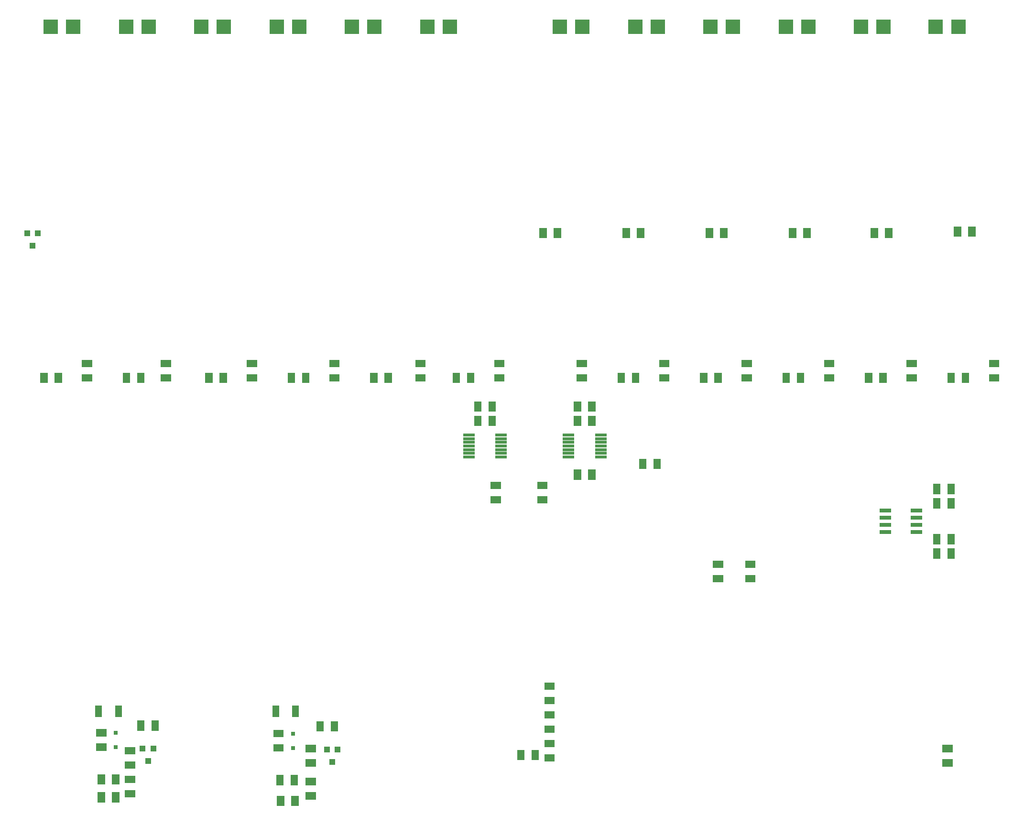
<source format=gbp>
G04 #@! TF.GenerationSoftware,KiCad,Pcbnew,(5.1.6)-1*
G04 #@! TF.CreationDate,2023-08-01T14:26:20+02:00*
G04 #@! TF.ProjectId,zone-controller,7a6f6e65-2d63-46f6-9e74-726f6c6c6572,rev?*
G04 #@! TF.SameCoordinates,Original*
G04 #@! TF.FileFunction,Paste,Bot*
G04 #@! TF.FilePolarity,Positive*
%FSLAX46Y46*%
G04 Gerber Fmt 4.6, Leading zero omitted, Abs format (unit mm)*
G04 Created by KiCad (PCBNEW (5.1.6)-1) date 2023-08-01 14:26:20*
%MOMM*%
%LPD*%
G01*
G04 APERTURE LIST*
%ADD10C,0.100000*%
%ADD11R,1.000000X1.000000*%
%ADD12R,2.500000X2.500000*%
%ADD13R,1.300000X2.000000*%
%ADD14R,2.000000X0.800000*%
%ADD15R,2.000000X0.500000*%
%ADD16R,0.800000X0.800000*%
G04 APERTURE END LIST*
D10*
G36*
X132222000Y-34406000D02*
G01*
X132222000Y-36206000D01*
X130922000Y-36206000D01*
X130922000Y-34406000D01*
X132222000Y-34406000D01*
G37*
G36*
X134762000Y-34406000D02*
G01*
X134762000Y-36206000D01*
X133462000Y-36206000D01*
X133462000Y-34406000D01*
X134762000Y-34406000D01*
G37*
G36*
X205628000Y-34152000D02*
G01*
X205628000Y-35952000D01*
X204328000Y-35952000D01*
X204328000Y-34152000D01*
X205628000Y-34152000D01*
G37*
G36*
X208168000Y-34152000D02*
G01*
X208168000Y-35952000D01*
X206868000Y-35952000D01*
X206868000Y-34152000D01*
X208168000Y-34152000D01*
G37*
G36*
X146954000Y-34406000D02*
G01*
X146954000Y-36206000D01*
X145654000Y-36206000D01*
X145654000Y-34406000D01*
X146954000Y-34406000D01*
G37*
G36*
X149494000Y-34406000D02*
G01*
X149494000Y-36206000D01*
X148194000Y-36206000D01*
X148194000Y-34406000D01*
X149494000Y-34406000D01*
G37*
G36*
X161686000Y-34406000D02*
G01*
X161686000Y-36206000D01*
X160386000Y-36206000D01*
X160386000Y-34406000D01*
X161686000Y-34406000D01*
G37*
G36*
X164226000Y-34406000D02*
G01*
X164226000Y-36206000D01*
X162926000Y-36206000D01*
X162926000Y-34406000D01*
X164226000Y-34406000D01*
G37*
G36*
X190896000Y-34406000D02*
G01*
X190896000Y-36206000D01*
X189596000Y-36206000D01*
X189596000Y-34406000D01*
X190896000Y-34406000D01*
G37*
G36*
X193436000Y-34406000D02*
G01*
X193436000Y-36206000D01*
X192136000Y-36206000D01*
X192136000Y-34406000D01*
X193436000Y-34406000D01*
G37*
G36*
X176418000Y-34406000D02*
G01*
X176418000Y-36206000D01*
X175118000Y-36206000D01*
X175118000Y-34406000D01*
X176418000Y-34406000D01*
G37*
G36*
X178958000Y-34406000D02*
G01*
X178958000Y-36206000D01*
X177658000Y-36206000D01*
X177658000Y-34406000D01*
X178958000Y-34406000D01*
G37*
D11*
X41148000Y-37522000D03*
X42098000Y-35322000D03*
X40198000Y-35322000D03*
D10*
G36*
X205725000Y-61860000D02*
G01*
X205725000Y-60060000D01*
X207025000Y-60060000D01*
X207025000Y-61860000D01*
X205725000Y-61860000D01*
G37*
G36*
X203185000Y-61860000D02*
G01*
X203185000Y-60060000D01*
X204485000Y-60060000D01*
X204485000Y-61860000D01*
X203185000Y-61860000D01*
G37*
G36*
X147305000Y-61860000D02*
G01*
X147305000Y-60060000D01*
X148605000Y-60060000D01*
X148605000Y-61860000D01*
X147305000Y-61860000D01*
G37*
G36*
X144765000Y-61860000D02*
G01*
X144765000Y-60060000D01*
X146065000Y-60060000D01*
X146065000Y-61860000D01*
X144765000Y-61860000D01*
G37*
G36*
X88885000Y-61860000D02*
G01*
X88885000Y-60060000D01*
X90185000Y-60060000D01*
X90185000Y-61860000D01*
X88885000Y-61860000D01*
G37*
G36*
X86345000Y-61860000D02*
G01*
X86345000Y-60060000D01*
X87645000Y-60060000D01*
X87645000Y-61860000D01*
X86345000Y-61860000D01*
G37*
G36*
X149875000Y-75300000D02*
G01*
X149875000Y-77100000D01*
X148575000Y-77100000D01*
X148575000Y-75300000D01*
X149875000Y-75300000D01*
G37*
G36*
X152415000Y-75300000D02*
G01*
X152415000Y-77100000D01*
X151115000Y-77100000D01*
X151115000Y-75300000D01*
X152415000Y-75300000D01*
G37*
G36*
X191120000Y-61860000D02*
G01*
X191120000Y-60060000D01*
X192420000Y-60060000D01*
X192420000Y-61860000D01*
X191120000Y-61860000D01*
G37*
G36*
X188580000Y-61860000D02*
G01*
X188580000Y-60060000D01*
X189880000Y-60060000D01*
X189880000Y-61860000D01*
X188580000Y-61860000D01*
G37*
G36*
X74280000Y-61860000D02*
G01*
X74280000Y-60060000D01*
X75580000Y-60060000D01*
X75580000Y-61860000D01*
X74280000Y-61860000D01*
G37*
G36*
X71740000Y-61860000D02*
G01*
X71740000Y-60060000D01*
X73040000Y-60060000D01*
X73040000Y-61860000D01*
X71740000Y-61860000D01*
G37*
G36*
X132345000Y-80660000D02*
G01*
X130545000Y-80660000D01*
X130545000Y-79360000D01*
X132345000Y-79360000D01*
X132345000Y-80660000D01*
G37*
G36*
X132345000Y-83200000D02*
G01*
X130545000Y-83200000D01*
X130545000Y-81900000D01*
X132345000Y-81900000D01*
X132345000Y-83200000D01*
G37*
G36*
X176515000Y-61860000D02*
G01*
X176515000Y-60060000D01*
X177815000Y-60060000D01*
X177815000Y-61860000D01*
X176515000Y-61860000D01*
G37*
G36*
X173975000Y-61860000D02*
G01*
X173975000Y-60060000D01*
X175275000Y-60060000D01*
X175275000Y-61860000D01*
X173975000Y-61860000D01*
G37*
G36*
X118095000Y-61860000D02*
G01*
X118095000Y-60060000D01*
X119395000Y-60060000D01*
X119395000Y-61860000D01*
X118095000Y-61860000D01*
G37*
G36*
X115555000Y-61860000D02*
G01*
X115555000Y-60060000D01*
X116855000Y-60060000D01*
X116855000Y-61860000D01*
X115555000Y-61860000D01*
G37*
G36*
X59675000Y-61860000D02*
G01*
X59675000Y-60060000D01*
X60975000Y-60060000D01*
X60975000Y-61860000D01*
X59675000Y-61860000D01*
G37*
G36*
X57135000Y-61860000D02*
G01*
X57135000Y-60060000D01*
X58435000Y-60060000D01*
X58435000Y-61860000D01*
X57135000Y-61860000D01*
G37*
G36*
X124090000Y-80660000D02*
G01*
X122290000Y-80660000D01*
X122290000Y-79360000D01*
X124090000Y-79360000D01*
X124090000Y-80660000D01*
G37*
G36*
X124090000Y-83200000D02*
G01*
X122290000Y-83200000D01*
X122290000Y-81900000D01*
X124090000Y-81900000D01*
X124090000Y-83200000D01*
G37*
G36*
X161910000Y-61860000D02*
G01*
X161910000Y-60060000D01*
X163210000Y-60060000D01*
X163210000Y-61860000D01*
X161910000Y-61860000D01*
G37*
G36*
X159370000Y-61860000D02*
G01*
X159370000Y-60060000D01*
X160670000Y-60060000D01*
X160670000Y-61860000D01*
X159370000Y-61860000D01*
G37*
G36*
X103490000Y-61860000D02*
G01*
X103490000Y-60060000D01*
X104790000Y-60060000D01*
X104790000Y-61860000D01*
X103490000Y-61860000D01*
G37*
G36*
X100950000Y-61860000D02*
G01*
X100950000Y-60060000D01*
X102250000Y-60060000D01*
X102250000Y-61860000D01*
X100950000Y-61860000D01*
G37*
G36*
X45070000Y-61860000D02*
G01*
X45070000Y-60060000D01*
X46370000Y-60060000D01*
X46370000Y-61860000D01*
X45070000Y-61860000D01*
G37*
G36*
X42530000Y-61860000D02*
G01*
X42530000Y-60060000D01*
X43830000Y-60060000D01*
X43830000Y-61860000D01*
X42530000Y-61860000D01*
G37*
D12*
X44355000Y1270000D03*
X48355000Y1270000D03*
D13*
X52860000Y-120015000D03*
X56360000Y-120015000D03*
X84229000Y-120015000D03*
X87729000Y-120015000D03*
D10*
G36*
X60975000Y-121655000D02*
G01*
X60975000Y-123455000D01*
X59675000Y-123455000D01*
X59675000Y-121655000D01*
X60975000Y-121655000D01*
G37*
G36*
X63515000Y-121655000D02*
G01*
X63515000Y-123455000D01*
X62215000Y-123455000D01*
X62215000Y-121655000D01*
X63515000Y-121655000D01*
G37*
D12*
X201105000Y1270000D03*
X205105000Y1270000D03*
D14*
X197705000Y-85725000D03*
X192185000Y-86995000D03*
X192185000Y-85725000D03*
X197705000Y-84455000D03*
X192185000Y-88265000D03*
X192185000Y-84455000D03*
X197705000Y-86995000D03*
X197705000Y-88265000D03*
D15*
X118422500Y-72375000D03*
D10*
G36*
X117422500Y-71325000D02*
G01*
X117422500Y-70825000D01*
X119422500Y-70825000D01*
X119422500Y-71325000D01*
X117422500Y-71325000D01*
G37*
D15*
X124147500Y-73025000D03*
X118422500Y-71725000D03*
X118422500Y-73675000D03*
X124147500Y-73675000D03*
X124147500Y-71725000D03*
X118422500Y-74975000D03*
X118422500Y-74325000D03*
X118422500Y-73025000D03*
X124147500Y-72375000D03*
X124147500Y-74325000D03*
X124147500Y-71075000D03*
X124147500Y-74975000D03*
X141800500Y-73675000D03*
D10*
G36*
X142800500Y-74725000D02*
G01*
X142800500Y-75225000D01*
X140800500Y-75225000D01*
X140800500Y-74725000D01*
X142800500Y-74725000D01*
G37*
D15*
X136075500Y-73025000D03*
X141800500Y-74325000D03*
X141800500Y-72375000D03*
X136075500Y-72375000D03*
X136075500Y-74325000D03*
X141800500Y-71075000D03*
X141800500Y-71725000D03*
X141800500Y-73025000D03*
X136075500Y-73675000D03*
X136075500Y-71725000D03*
X136075500Y-74975000D03*
X136075500Y-71075000D03*
D10*
G36*
X163460000Y-94630000D02*
G01*
X161660000Y-94630000D01*
X161660000Y-93330000D01*
X163460000Y-93330000D01*
X163460000Y-94630000D01*
G37*
G36*
X163460000Y-97170000D02*
G01*
X161660000Y-97170000D01*
X161660000Y-95870000D01*
X163460000Y-95870000D01*
X163460000Y-97170000D01*
G37*
G36*
X169175000Y-94630000D02*
G01*
X167375000Y-94630000D01*
X167375000Y-93330000D01*
X169175000Y-93330000D01*
X169175000Y-94630000D01*
G37*
G36*
X169175000Y-97170000D02*
G01*
X167375000Y-97170000D01*
X167375000Y-95870000D01*
X169175000Y-95870000D01*
X169175000Y-97170000D01*
G37*
G36*
X92725000Y-121782000D02*
G01*
X92725000Y-123582000D01*
X91425000Y-123582000D01*
X91425000Y-121782000D01*
X92725000Y-121782000D01*
G37*
G36*
X95265000Y-121782000D02*
G01*
X95265000Y-123582000D01*
X93965000Y-123582000D01*
X93965000Y-121782000D01*
X95265000Y-121782000D01*
G37*
G36*
X201945000Y-91175000D02*
G01*
X201945000Y-92975000D01*
X200645000Y-92975000D01*
X200645000Y-91175000D01*
X201945000Y-91175000D01*
G37*
G36*
X204485000Y-91175000D02*
G01*
X204485000Y-92975000D01*
X203185000Y-92975000D01*
X203185000Y-91175000D01*
X204485000Y-91175000D01*
G37*
G36*
X201945000Y-88635000D02*
G01*
X201945000Y-90435000D01*
X200645000Y-90435000D01*
X200645000Y-88635000D01*
X201945000Y-88635000D01*
G37*
G36*
X204485000Y-88635000D02*
G01*
X204485000Y-90435000D01*
X203185000Y-90435000D01*
X203185000Y-88635000D01*
X204485000Y-88635000D01*
G37*
G36*
X201945000Y-82285000D02*
G01*
X201945000Y-84085000D01*
X200645000Y-84085000D01*
X200645000Y-82285000D01*
X201945000Y-82285000D01*
G37*
G36*
X204485000Y-82285000D02*
G01*
X204485000Y-84085000D01*
X203185000Y-84085000D01*
X203185000Y-82285000D01*
X204485000Y-82285000D01*
G37*
G36*
X201945000Y-79745000D02*
G01*
X201945000Y-81545000D01*
X200645000Y-81545000D01*
X200645000Y-79745000D01*
X201945000Y-79745000D01*
G37*
G36*
X204485000Y-79745000D02*
G01*
X204485000Y-81545000D01*
X203185000Y-81545000D01*
X203185000Y-79745000D01*
X204485000Y-79745000D01*
G37*
G36*
X83809000Y-125842000D02*
G01*
X85609000Y-125842000D01*
X85609000Y-127142000D01*
X83809000Y-127142000D01*
X83809000Y-125842000D01*
G37*
G36*
X83809000Y-123302000D02*
G01*
X85609000Y-123302000D01*
X85609000Y-124602000D01*
X83809000Y-124602000D01*
X83809000Y-123302000D01*
G37*
G36*
X86980000Y-136790000D02*
G01*
X86980000Y-134990000D01*
X88280000Y-134990000D01*
X88280000Y-136790000D01*
X86980000Y-136790000D01*
G37*
G36*
X84440000Y-136790000D02*
G01*
X84440000Y-134990000D01*
X85740000Y-134990000D01*
X85740000Y-136790000D01*
X84440000Y-136790000D01*
G37*
G36*
X91324000Y-133111000D02*
G01*
X89524000Y-133111000D01*
X89524000Y-131811000D01*
X91324000Y-131811000D01*
X91324000Y-133111000D01*
G37*
G36*
X91324000Y-135651000D02*
G01*
X89524000Y-135651000D01*
X89524000Y-134351000D01*
X91324000Y-134351000D01*
X91324000Y-135651000D01*
G37*
G36*
X86853000Y-133107000D02*
G01*
X86853000Y-131307000D01*
X88153000Y-131307000D01*
X88153000Y-133107000D01*
X86853000Y-133107000D01*
G37*
G36*
X84313000Y-133107000D02*
G01*
X84313000Y-131307000D01*
X85613000Y-131307000D01*
X85613000Y-133107000D01*
X84313000Y-133107000D01*
G37*
G36*
X138318000Y-77205000D02*
G01*
X138318000Y-79005000D01*
X137018000Y-79005000D01*
X137018000Y-77205000D01*
X138318000Y-77205000D01*
G37*
G36*
X140858000Y-77205000D02*
G01*
X140858000Y-79005000D01*
X139558000Y-79005000D01*
X139558000Y-77205000D01*
X140858000Y-77205000D01*
G37*
G36*
X52440000Y-125715000D02*
G01*
X54240000Y-125715000D01*
X54240000Y-127015000D01*
X52440000Y-127015000D01*
X52440000Y-125715000D01*
G37*
G36*
X52440000Y-123175000D02*
G01*
X54240000Y-123175000D01*
X54240000Y-124475000D01*
X52440000Y-124475000D01*
X52440000Y-123175000D01*
G37*
G36*
X55230000Y-136155000D02*
G01*
X55230000Y-134355000D01*
X56530000Y-134355000D01*
X56530000Y-136155000D01*
X55230000Y-136155000D01*
G37*
G36*
X52690000Y-136155000D02*
G01*
X52690000Y-134355000D01*
X53990000Y-134355000D01*
X53990000Y-136155000D01*
X52690000Y-136155000D01*
G37*
G36*
X204100000Y-127269000D02*
G01*
X202300000Y-127269000D01*
X202300000Y-125969000D01*
X204100000Y-125969000D01*
X204100000Y-127269000D01*
G37*
G36*
X204100000Y-129809000D02*
G01*
X202300000Y-129809000D01*
X202300000Y-128509000D01*
X204100000Y-128509000D01*
X204100000Y-129809000D01*
G37*
G36*
X59320000Y-132730000D02*
G01*
X57520000Y-132730000D01*
X57520000Y-131430000D01*
X59320000Y-131430000D01*
X59320000Y-132730000D01*
G37*
G36*
X59320000Y-135270000D02*
G01*
X57520000Y-135270000D01*
X57520000Y-133970000D01*
X59320000Y-133970000D01*
X59320000Y-135270000D01*
G37*
G36*
X55230000Y-132980000D02*
G01*
X55230000Y-131180000D01*
X56530000Y-131180000D01*
X56530000Y-132980000D01*
X55230000Y-132980000D01*
G37*
G36*
X52690000Y-132980000D02*
G01*
X52690000Y-131180000D01*
X53990000Y-131180000D01*
X53990000Y-132980000D01*
X52690000Y-132980000D01*
G37*
G36*
X133615000Y-121300000D02*
G01*
X131815000Y-121300000D01*
X131815000Y-120000000D01*
X133615000Y-120000000D01*
X133615000Y-121300000D01*
G37*
G36*
X133615000Y-123840000D02*
G01*
X131815000Y-123840000D01*
X131815000Y-122540000D01*
X133615000Y-122540000D01*
X133615000Y-123840000D01*
G37*
G36*
X131815000Y-127620000D02*
G01*
X133615000Y-127620000D01*
X133615000Y-128920000D01*
X131815000Y-128920000D01*
X131815000Y-127620000D01*
G37*
G36*
X131815000Y-125080000D02*
G01*
X133615000Y-125080000D01*
X133615000Y-126380000D01*
X131815000Y-126380000D01*
X131815000Y-125080000D01*
G37*
G36*
X129525000Y-128662000D02*
G01*
X129525000Y-126862000D01*
X130825000Y-126862000D01*
X130825000Y-128662000D01*
X129525000Y-128662000D01*
G37*
G36*
X126985000Y-128662000D02*
G01*
X126985000Y-126862000D01*
X128285000Y-126862000D01*
X128285000Y-128662000D01*
X126985000Y-128662000D01*
G37*
D11*
X94234000Y-128962000D03*
X95184000Y-126762000D03*
X93284000Y-126762000D03*
X61595000Y-128835000D03*
X62545000Y-126635000D03*
X60645000Y-126635000D03*
D16*
X87249000Y-126492000D03*
X87249000Y-123952000D03*
X55880000Y-126365000D03*
X55880000Y-123825000D03*
D12*
X187865000Y1270000D03*
X191865000Y1270000D03*
X174530000Y1270000D03*
X178530000Y1270000D03*
X161195000Y1270000D03*
X165195000Y1270000D03*
X147860000Y1270000D03*
X151860000Y1270000D03*
X134525000Y1270000D03*
X138525000Y1270000D03*
X111030000Y1270000D03*
X115030000Y1270000D03*
X97695000Y1270000D03*
X101695000Y1270000D03*
X84360000Y1270000D03*
X88360000Y1270000D03*
X71025000Y1270000D03*
X75025000Y1270000D03*
X57690000Y1270000D03*
X61690000Y1270000D03*
D10*
G36*
X89524000Y-128509000D02*
G01*
X91324000Y-128509000D01*
X91324000Y-129809000D01*
X89524000Y-129809000D01*
X89524000Y-128509000D01*
G37*
G36*
X89524000Y-125969000D02*
G01*
X91324000Y-125969000D01*
X91324000Y-127269000D01*
X89524000Y-127269000D01*
X89524000Y-125969000D01*
G37*
G36*
X139558000Y-69480000D02*
G01*
X139558000Y-67680000D01*
X140858000Y-67680000D01*
X140858000Y-69480000D01*
X139558000Y-69480000D01*
G37*
G36*
X137018000Y-69480000D02*
G01*
X137018000Y-67680000D01*
X138318000Y-67680000D01*
X138318000Y-69480000D01*
X137018000Y-69480000D01*
G37*
G36*
X121905000Y-69480000D02*
G01*
X121905000Y-67680000D01*
X123205000Y-67680000D01*
X123205000Y-69480000D01*
X121905000Y-69480000D01*
G37*
G36*
X119365000Y-69480000D02*
G01*
X119365000Y-67680000D01*
X120665000Y-67680000D01*
X120665000Y-69480000D01*
X119365000Y-69480000D01*
G37*
G36*
X139558000Y-66940000D02*
G01*
X139558000Y-65140000D01*
X140858000Y-65140000D01*
X140858000Y-66940000D01*
X139558000Y-66940000D01*
G37*
G36*
X137018000Y-66940000D02*
G01*
X137018000Y-65140000D01*
X138318000Y-65140000D01*
X138318000Y-66940000D01*
X137018000Y-66940000D01*
G37*
G36*
X121905000Y-66940000D02*
G01*
X121905000Y-65140000D01*
X123205000Y-65140000D01*
X123205000Y-66940000D01*
X121905000Y-66940000D01*
G37*
G36*
X119365000Y-66940000D02*
G01*
X119365000Y-65140000D01*
X120665000Y-65140000D01*
X120665000Y-66940000D01*
X119365000Y-66940000D01*
G37*
G36*
X57520000Y-128890000D02*
G01*
X59320000Y-128890000D01*
X59320000Y-130190000D01*
X57520000Y-130190000D01*
X57520000Y-128890000D01*
G37*
G36*
X57520000Y-126350000D02*
G01*
X59320000Y-126350000D01*
X59320000Y-127650000D01*
X57520000Y-127650000D01*
X57520000Y-126350000D01*
G37*
G36*
X210555000Y-60310000D02*
G01*
X212355000Y-60310000D01*
X212355000Y-61610000D01*
X210555000Y-61610000D01*
X210555000Y-60310000D01*
G37*
G36*
X210555000Y-57770000D02*
G01*
X212355000Y-57770000D01*
X212355000Y-59070000D01*
X210555000Y-59070000D01*
X210555000Y-57770000D01*
G37*
G36*
X152135000Y-60310000D02*
G01*
X153935000Y-60310000D01*
X153935000Y-61610000D01*
X152135000Y-61610000D01*
X152135000Y-60310000D01*
G37*
G36*
X152135000Y-57770000D02*
G01*
X153935000Y-57770000D01*
X153935000Y-59070000D01*
X152135000Y-59070000D01*
X152135000Y-57770000D01*
G37*
G36*
X181345000Y-60310000D02*
G01*
X183145000Y-60310000D01*
X183145000Y-61610000D01*
X181345000Y-61610000D01*
X181345000Y-60310000D01*
G37*
G36*
X181345000Y-57770000D02*
G01*
X183145000Y-57770000D01*
X183145000Y-59070000D01*
X181345000Y-59070000D01*
X181345000Y-57770000D01*
G37*
G36*
X195950000Y-60310000D02*
G01*
X197750000Y-60310000D01*
X197750000Y-61610000D01*
X195950000Y-61610000D01*
X195950000Y-60310000D01*
G37*
G36*
X195950000Y-57770000D02*
G01*
X197750000Y-57770000D01*
X197750000Y-59070000D01*
X195950000Y-59070000D01*
X195950000Y-57770000D01*
G37*
G36*
X166740000Y-60310000D02*
G01*
X168540000Y-60310000D01*
X168540000Y-61610000D01*
X166740000Y-61610000D01*
X166740000Y-60310000D01*
G37*
G36*
X166740000Y-57770000D02*
G01*
X168540000Y-57770000D01*
X168540000Y-59070000D01*
X166740000Y-59070000D01*
X166740000Y-57770000D01*
G37*
G36*
X137530000Y-60310000D02*
G01*
X139330000Y-60310000D01*
X139330000Y-61610000D01*
X137530000Y-61610000D01*
X137530000Y-60310000D01*
G37*
G36*
X137530000Y-57770000D02*
G01*
X139330000Y-57770000D01*
X139330000Y-59070000D01*
X137530000Y-59070000D01*
X137530000Y-57770000D01*
G37*
G36*
X93715000Y-60310000D02*
G01*
X95515000Y-60310000D01*
X95515000Y-61610000D01*
X93715000Y-61610000D01*
X93715000Y-60310000D01*
G37*
G36*
X93715000Y-57770000D02*
G01*
X95515000Y-57770000D01*
X95515000Y-59070000D01*
X93715000Y-59070000D01*
X93715000Y-57770000D01*
G37*
G36*
X63870000Y-60310000D02*
G01*
X65670000Y-60310000D01*
X65670000Y-61610000D01*
X63870000Y-61610000D01*
X63870000Y-60310000D01*
G37*
G36*
X63870000Y-57770000D02*
G01*
X65670000Y-57770000D01*
X65670000Y-59070000D01*
X63870000Y-59070000D01*
X63870000Y-57770000D01*
G37*
G36*
X122925000Y-60310000D02*
G01*
X124725000Y-60310000D01*
X124725000Y-61610000D01*
X122925000Y-61610000D01*
X122925000Y-60310000D01*
G37*
G36*
X122925000Y-57770000D02*
G01*
X124725000Y-57770000D01*
X124725000Y-59070000D01*
X122925000Y-59070000D01*
X122925000Y-57770000D01*
G37*
G36*
X108955000Y-60310000D02*
G01*
X110755000Y-60310000D01*
X110755000Y-61610000D01*
X108955000Y-61610000D01*
X108955000Y-60310000D01*
G37*
G36*
X108955000Y-57770000D02*
G01*
X110755000Y-57770000D01*
X110755000Y-59070000D01*
X108955000Y-59070000D01*
X108955000Y-57770000D01*
G37*
G36*
X79110000Y-60310000D02*
G01*
X80910000Y-60310000D01*
X80910000Y-61610000D01*
X79110000Y-61610000D01*
X79110000Y-60310000D01*
G37*
G36*
X79110000Y-57770000D02*
G01*
X80910000Y-57770000D01*
X80910000Y-59070000D01*
X79110000Y-59070000D01*
X79110000Y-57770000D01*
G37*
G36*
X49900000Y-60310000D02*
G01*
X51700000Y-60310000D01*
X51700000Y-61610000D01*
X49900000Y-61610000D01*
X49900000Y-60310000D01*
G37*
G36*
X49900000Y-57770000D02*
G01*
X51700000Y-57770000D01*
X51700000Y-59070000D01*
X49900000Y-59070000D01*
X49900000Y-57770000D01*
G37*
G36*
X131815000Y-117460000D02*
G01*
X133615000Y-117460000D01*
X133615000Y-118760000D01*
X131815000Y-118760000D01*
X131815000Y-117460000D01*
G37*
G36*
X131815000Y-114920000D02*
G01*
X133615000Y-114920000D01*
X133615000Y-116220000D01*
X131815000Y-116220000D01*
X131815000Y-114920000D01*
G37*
M02*

</source>
